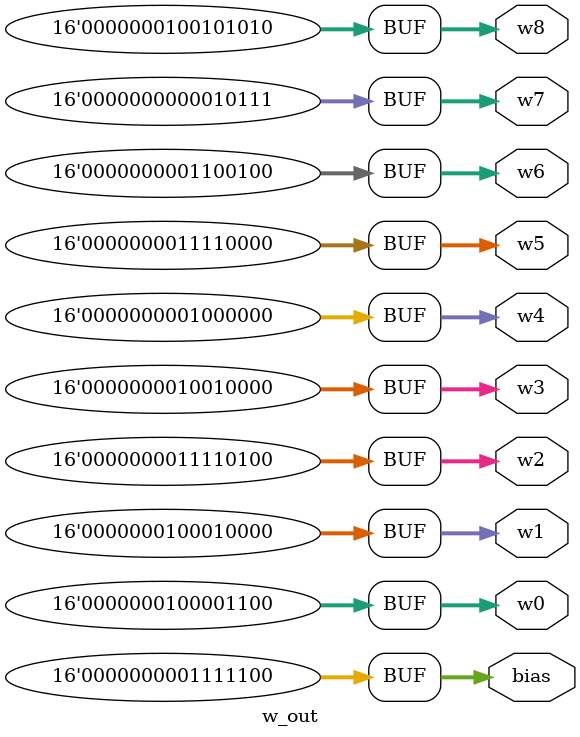
<source format=v>
module w_out #(parameter DATA_WIDTH=16)(
    output wire signed [DATA_WIDTH-1:0] w0, output wire signed [DATA_WIDTH-1:0] w1, output wire signed [DATA_WIDTH-1:0] w2, output wire signed [DATA_WIDTH-1:0] w3, output wire signed [DATA_WIDTH-1:0] w4, output wire signed [DATA_WIDTH-1:0] w5, output wire signed [DATA_WIDTH-1:0] w6, output wire signed [DATA_WIDTH-1:0] w7, output wire signed [DATA_WIDTH-1:0] w8, output wire signed [DATA_WIDTH-1:0] bias
);

    assign w0 = 16'h010c; // 0.26219544
    assign w1 = 16'h0110; // 0.2654319
    assign w2 = 16'h00f4; // 0.23848183
    assign w3 = 16'h0090; // 0.1406726
    assign w4 = 16'h0040; // 0.06252538
    assign w5 = 16'h00f0; // 0.23415898
    assign w6 = 16'h0064; // 0.0980321
    assign w7 = 16'h0017; // 0.022261728
    assign w8 = 16'h012a; // 0.29091346
    assign bias = 16'h007c; // 0.12064393
endmodule

</source>
